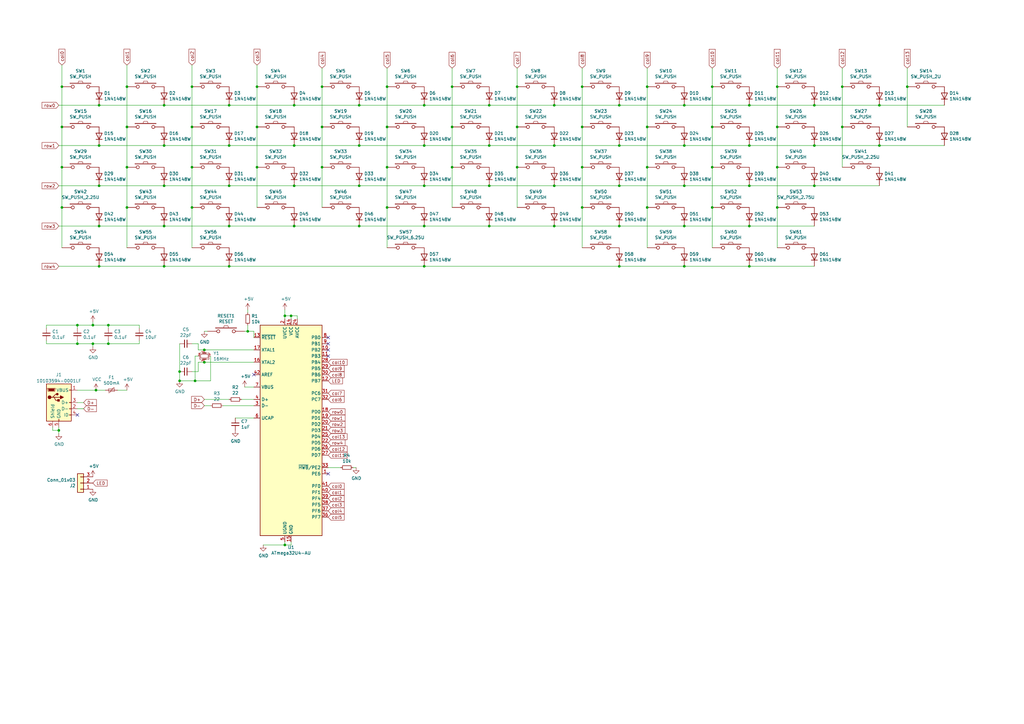
<source format=kicad_sch>
(kicad_sch (version 20230121) (generator eeschema)
  (paper "A3")
  (title_block (title "REVIUNG61") (date "2020-07-01") (rev "1.0"))
  (junction (at 158.75 85.09))
  (junction (at 345.44 52.07))
  (junction (at 185.42 52.07))
  (junction (at 78.74 68.58))
  (junction (at 67.31 92.71))
  (junction (at 212.09 35.56))
  (junction (at 212.09 52.07))
  (junction (at 334.01 76.2))
  (junction (at 38.1 140.97))
  (junction (at 307.34 59.69))
  (junction (at 147.32 76.2))
  (junction (at 40.64 43.18))
  (junction (at 52.07 85.09))
  (junction (at 44.45 133.35))
  (junction (at 83.82 143.51))
  (junction (at 200.66 92.71))
  (junction (at 265.43 52.07))
  (junction (at 67.31 76.2))
  (junction (at 38.1 133.35))
  (junction (at 173.99 43.18))
  (junction (at 254 43.18))
  (junction (at 73.66 152.4))
  (junction (at 280.67 92.71))
  (junction (at 265.43 68.58))
  (junction (at 173.99 59.69))
  (junction (at 25.4 85.09))
  (junction (at 25.4 35.56))
  (junction (at 105.41 68.58))
  (junction (at 292.1 35.56))
  (junction (at 307.34 109.22))
  (junction (at 280.67 59.69))
  (junction (at 238.76 85.09))
  (junction (at 227.33 76.2))
  (junction (at 292.1 52.07))
  (junction (at 360.68 59.69))
  (junction (at 173.99 76.2))
  (junction (at 31.75 133.35))
  (junction (at 132.08 68.58))
  (junction (at 52.07 68.58))
  (junction (at 318.77 52.07))
  (junction (at 25.4 52.07))
  (junction (at 120.65 59.69))
  (junction (at 78.74 52.07))
  (junction (at 52.07 35.56))
  (junction (at 318.77 35.56))
  (junction (at 345.44 35.56))
  (junction (at 238.76 52.07))
  (junction (at 227.33 59.69))
  (junction (at 25.4 68.58))
  (junction (at 147.32 92.71))
  (junction (at 93.98 59.69))
  (junction (at 280.67 43.18))
  (junction (at 254 76.2))
  (junction (at 67.31 43.18))
  (junction (at 120.65 92.71))
  (junction (at 200.66 43.18))
  (junction (at 334.01 43.18))
  (junction (at 147.32 43.18))
  (junction (at 119.38 129.54))
  (junction (at 227.33 92.71))
  (junction (at 200.66 59.69))
  (junction (at 173.99 92.71))
  (junction (at 212.09 68.58))
  (junction (at 307.34 76.2))
  (junction (at 93.98 92.71))
  (junction (at 238.76 35.56))
  (junction (at 185.42 68.58))
  (junction (at 73.66 156.21))
  (junction (at 334.01 59.69))
  (junction (at 372.11 35.56))
  (junction (at 52.07 52.07))
  (junction (at 132.08 52.07))
  (junction (at 158.75 35.56))
  (junction (at 40.64 92.71))
  (junction (at 227.33 43.18))
  (junction (at 254 92.71))
  (junction (at 40.64 76.2))
  (junction (at 318.77 68.58))
  (junction (at 80.01 156.21))
  (junction (at 93.98 109.22))
  (junction (at 120.65 76.2))
  (junction (at 78.74 35.56))
  (junction (at 265.43 35.56))
  (junction (at 200.66 76.2))
  (junction (at 307.34 43.18))
  (junction (at 173.99 109.22))
  (junction (at 318.77 85.09))
  (junction (at 31.75 140.97))
  (junction (at 292.1 85.09))
  (junction (at 265.43 85.09))
  (junction (at 158.75 68.58))
  (junction (at 238.76 68.58))
  (junction (at 120.65 43.18))
  (junction (at 254 59.69))
  (junction (at 307.34 92.71))
  (junction (at 105.41 35.56))
  (junction (at 105.41 52.07))
  (junction (at 147.32 59.69))
  (junction (at 44.45 140.97))
  (junction (at 24.13 176.53))
  (junction (at 40.64 59.69))
  (junction (at 93.98 76.2))
  (junction (at 83.82 148.59))
  (junction (at 360.68 43.18))
  (junction (at 132.08 35.56))
  (junction (at 39.37 160.02))
  (junction (at 67.31 59.69))
  (junction (at 93.98 43.18))
  (junction (at 78.74 85.09))
  (junction (at 185.42 35.56))
  (junction (at 116.84 223.52))
  (junction (at 116.84 129.54))
  (junction (at 101.6 135.89))
  (junction (at 158.75 52.07))
  (junction (at 67.31 109.22))
  (junction (at 280.67 109.22))
  (junction (at 254 109.22))
  (junction (at 292.1 68.58))
  (junction (at 280.67 76.2))
  (junction (at 40.64 109.22))
  (no_connect (at 134.62 143.51))
  (no_connect (at 31.75 170.18))
  (no_connect (at 134.62 146.05))
  (no_connect (at 134.62 138.43))
  (no_connect (at 104.14 153.67))
  (no_connect (at 134.62 194.31))
  (no_connect (at 134.62 140.97))
  (wire (pts (xy 254 92.71) (xy 280.67 92.71)))
  (wire (pts (xy 24.13 92.71) (xy 40.64 92.71)))
  (wire (pts (xy 40.64 76.2) (xy 67.31 76.2)))
  (wire (pts (xy 93.98 92.71) (xy 120.65 92.71)))
  (wire (pts (xy 345.44 35.56) (xy 345.44 52.07)))
  (wire (pts (xy 318.77 27.94) (xy 318.77 35.56)))
  (wire (pts (xy 158.75 52.07) (xy 158.75 68.58)))
  (wire (pts (xy 25.4 52.07) (xy 25.4 68.58)))
  (wire (pts (xy 78.74 68.58) (xy 78.74 85.09)))
  (wire (pts (xy 147.32 92.71) (xy 173.99 92.71)))
  (wire (pts (xy 132.08 27.94) (xy 132.08 35.56)))
  (wire (pts (xy 44.45 139.7) (xy 44.45 140.97)))
  (wire (pts (xy 80.01 156.21) (xy 73.66 156.21)))
  (wire (pts (xy 24.13 175.26) (xy 24.13 176.53)))
  (wire (pts (xy 254 43.18) (xy 280.67 43.18)))
  (wire (pts (xy 78.74 52.07) (xy 78.74 68.58)))
  (wire (pts (xy 73.66 152.4) (xy 73.66 156.21)))
  (wire (pts (xy 132.08 52.07) (xy 132.08 68.58)))
  (wire (pts (xy 292.1 68.58) (xy 292.1 85.09)))
  (wire (pts (xy 158.75 85.09) (xy 158.75 101.6)))
  (wire (pts (xy 318.77 68.58) (xy 318.77 85.09)))
  (wire (pts (xy 158.75 68.58) (xy 158.75 85.09)))
  (wire (pts (xy 81.28 152.4) (xy 78.74 152.4)))
  (wire (pts (xy 101.6 128.27) (xy 101.6 127)))
  (wire (pts (xy 119.38 222.25) (xy 119.38 223.52)))
  (wire (pts (xy 83.82 143.51) (xy 81.28 143.51)))
  (wire (pts (xy 173.99 92.71) (xy 200.66 92.71)))
  (wire (pts (xy 120.65 76.2) (xy 147.32 76.2)))
  (wire (pts (xy 24.13 76.2) (xy 40.64 76.2)))
  (wire (pts (xy 345.44 52.07) (xy 345.44 68.58)))
  (wire (pts (xy 280.67 59.69) (xy 307.34 59.69)))
  (wire (pts (xy 158.75 35.56) (xy 158.75 52.07)))
  (wire (pts (xy 31.75 160.02) (xy 39.37 160.02)))
  (wire (pts (xy 78.74 35.56) (xy 78.74 52.07)))
  (wire (pts (xy 91.44 166.37) (xy 104.14 166.37)))
  (wire (pts (xy 48.26 160.02) (xy 52.07 160.02)))
  (wire (pts (xy 147.32 43.18) (xy 173.99 43.18)))
  (wire (pts (xy 116.84 129.54) (xy 116.84 127)))
  (wire (pts (xy 19.05 140.97) (xy 31.75 140.97)))
  (wire (pts (xy 185.42 52.07) (xy 185.42 68.58)))
  (wire (pts (xy 38.1 140.97) (xy 38.1 142.24)))
  (wire (pts (xy 200.66 43.18) (xy 227.33 43.18)))
  (wire (pts (xy 238.76 35.56) (xy 238.76 52.07)))
  (wire (pts (xy 93.98 43.18) (xy 120.65 43.18)))
  (wire (pts (xy 254 109.22) (xy 280.67 109.22)))
  (wire (pts (xy 254 59.69) (xy 280.67 59.69)))
  (wire (pts (xy 21.59 176.53) (xy 24.13 176.53)))
  (wire (pts (xy 158.75 27.94) (xy 158.75 35.56)))
  (wire (pts (xy 107.95 223.52) (xy 116.84 223.52)))
  (wire (pts (xy 101.6 135.89) (xy 104.14 135.89)))
  (wire (pts (xy 40.64 92.71) (xy 67.31 92.71)))
  (wire (pts (xy 307.34 92.71) (xy 334.01 92.71)))
  (wire (pts (xy 24.13 109.22) (xy 40.64 109.22)))
  (wire (pts (xy 25.4 26.67) (xy 25.4 35.56)))
  (wire (pts (xy 24.13 43.18) (xy 40.64 43.18)))
  (wire (pts (xy 185.42 52.07) (xy 185.42 35.56)))
  (wire (pts (xy 44.45 134.62) (xy 44.45 133.35)))
  (wire (pts (xy 307.34 109.22) (xy 334.01 109.22)))
  (wire (pts (xy 345.44 27.94) (xy 345.44 35.56)))
  (wire (pts (xy 105.41 26.67) (xy 105.41 35.56)))
  (wire (pts (xy 132.08 35.56) (xy 132.08 52.07)))
  (wire (pts (xy 57.15 140.97) (xy 44.45 140.97)))
  (wire (pts (xy 307.34 76.2) (xy 334.01 76.2)))
  (wire (pts (xy 212.09 68.58) (xy 212.09 85.09)))
  (wire (pts (xy 52.07 35.56) (xy 52.07 52.07)))
  (wire (pts (xy 57.15 134.62) (xy 57.15 133.35)))
  (wire (pts (xy 31.75 134.62) (xy 31.75 133.35)))
  (wire (pts (xy 173.99 109.22) (xy 254 109.22)))
  (wire (pts (xy 73.66 140.97) (xy 73.66 152.4)))
  (wire (pts (xy 104.14 171.45) (xy 96.52 171.45)))
  (wire (pts (xy 119.38 130.81) (xy 119.38 129.54)))
  (wire (pts (xy 40.64 43.18) (xy 67.31 43.18)))
  (wire (pts (xy 119.38 223.52) (xy 116.84 223.52)))
  (wire (pts (xy 86.36 146.05) (xy 86.36 156.21)))
  (wire (pts (xy 372.11 35.56) (xy 372.11 52.07)))
  (wire (pts (xy 144.78 191.77) (xy 146.05 191.77)))
  (wire (pts (xy 81.28 143.51) (xy 81.28 140.97)))
  (wire (pts (xy 372.11 27.94) (xy 372.11 35.56)))
  (wire (pts (xy 93.98 59.69) (xy 120.65 59.69)))
  (wire (pts (xy 265.43 68.58) (xy 265.43 85.09)))
  (wire (pts (xy 24.13 176.53) (xy 24.13 177.8)))
  (wire (pts (xy 265.43 85.09) (xy 265.43 101.6)))
  (wire (pts (xy 105.41 35.56) (xy 105.41 52.07)))
  (wire (pts (xy 121.92 130.81) (xy 121.92 129.54)))
  (wire (pts (xy 57.15 139.7) (xy 57.15 140.97)))
  (wire (pts (xy 83.82 135.89) (xy 85.09 135.89)))
  (wire (pts (xy 212.09 27.94) (xy 212.09 35.56)))
  (wire (pts (xy 39.37 160.02) (xy 43.18 160.02)))
  (wire (pts (xy 100.33 158.75) (xy 104.14 158.75)))
  (wire (pts (xy 200.66 92.71) (xy 227.33 92.71)))
  (wire (pts (xy 116.84 223.52) (xy 116.84 222.25)))
  (wire (pts (xy 31.75 167.64) (xy 34.29 167.64)))
  (wire (pts (xy 119.38 129.54) (xy 116.84 129.54)))
  (wire (pts (xy 105.41 68.58) (xy 105.41 85.09)))
  (wire (pts (xy 25.4 35.56) (xy 25.4 52.07)))
  (wire (pts (xy 280.67 109.22) (xy 307.34 109.22)))
  (wire (pts (xy 280.67 76.2) (xy 307.34 76.2)))
  (wire (pts (xy 67.31 43.18) (xy 93.98 43.18)))
  (wire (pts (xy 31.75 165.1) (xy 34.29 165.1)))
  (wire (pts (xy 134.62 191.77) (xy 139.7 191.77)))
  (wire (pts (xy 105.41 52.07) (xy 105.41 68.58)))
  (wire (pts (xy 334.01 59.69) (xy 360.68 59.69)))
  (wire (pts (xy 31.75 140.97) (xy 38.1 140.97)))
  (wire (pts (xy 173.99 59.69) (xy 200.66 59.69)))
  (wire (pts (xy 227.33 43.18) (xy 254 43.18)))
  (wire (pts (xy 185.42 27.94) (xy 185.42 35.56)))
  (wire (pts (xy 78.74 140.97) (xy 81.28 140.97)))
  (wire (pts (xy 292.1 85.09) (xy 292.1 101.6)))
  (wire (pts (xy 147.32 59.69) (xy 173.99 59.69)))
  (wire (pts (xy 200.66 59.69) (xy 227.33 59.69)))
  (wire (pts (xy 19.05 134.62) (xy 19.05 133.35)))
  (wire (pts (xy 227.33 59.69) (xy 254 59.69)))
  (wire (pts (xy 318.77 35.56) (xy 318.77 52.07)))
  (wire (pts (xy 86.36 156.21) (xy 80.01 156.21)))
  (wire (pts (xy 238.76 68.58) (xy 238.76 85.09)))
  (wire (pts (xy 93.98 76.2) (xy 120.65 76.2)))
  (wire (pts (xy 38.1 133.35) (xy 44.45 133.35)))
  (wire (pts (xy 25.4 68.58) (xy 25.4 85.09)))
  (wire (pts (xy 200.66 76.2) (xy 227.33 76.2)))
  (wire (pts (xy 292.1 52.07) (xy 292.1 68.58)))
  (wire (pts (xy 57.15 133.35) (xy 44.45 133.35)))
  (wire (pts (xy 307.34 43.18) (xy 334.01 43.18)))
  (wire (pts (xy 318.77 52.07) (xy 318.77 68.58)))
  (wire (pts (xy 292.1 27.94) (xy 292.1 35.56)))
  (wire (pts (xy 52.07 68.58) (xy 52.07 85.09)))
  (wire (pts (xy 280.67 43.18) (xy 307.34 43.18)))
  (wire (pts (xy 185.42 68.58) (xy 185.42 85.09)))
  (wire (pts (xy 38.1 140.97) (xy 44.45 140.97)))
  (wire (pts (xy 265.43 52.07) (xy 265.43 68.58)))
  (wire (pts (xy 318.77 85.09) (xy 318.77 101.6)))
  (wire (pts (xy 31.75 133.35) (xy 38.1 133.35)))
  (wire (pts (xy 360.68 59.69) (xy 387.35 59.69)))
  (wire (pts (xy 31.75 139.7) (xy 31.75 140.97)))
  (wire (pts (xy 78.74 26.67) (xy 78.74 35.56)))
  (wire (pts (xy 93.98 109.22) (xy 173.99 109.22)))
  (wire (pts (xy 212.09 52.07) (xy 212.09 68.58)))
  (wire (pts (xy 19.05 139.7) (xy 19.05 140.97)))
  (wire (pts (xy 101.6 135.89) (xy 101.6 133.35)))
  (wire (pts (xy 227.33 76.2) (xy 254 76.2)))
  (wire (pts (xy 100.33 135.89) (xy 101.6 135.89)))
  (wire (pts (xy 93.98 163.83) (xy 83.82 163.83)))
  (wire (pts (xy 83.82 148.59) (xy 81.28 148.59)))
  (wire (pts (xy 52.07 52.07) (xy 52.07 68.58)))
  (wire (pts (xy 83.82 143.51) (xy 104.14 143.51)))
  (wire (pts (xy 120.65 59.69) (xy 147.32 59.69)))
  (wire (pts (xy 52.07 26.67) (xy 52.07 35.56)))
  (wire (pts (xy 24.13 59.69) (xy 40.64 59.69)))
  (wire (pts (xy 265.43 27.94) (xy 265.43 35.56)))
  (wire (pts (xy 25.4 85.09) (xy 25.4 101.6)))
  (wire (pts (xy 67.31 76.2) (xy 93.98 76.2)))
  (wire (pts (xy 120.65 43.18) (xy 147.32 43.18)))
  (wire (pts (xy 116.84 130.81) (xy 116.84 129.54)))
  (wire (pts (xy 99.06 163.83) (xy 104.14 163.83)))
  (wire (pts (xy 265.43 35.56) (xy 265.43 52.07)))
  (wire (pts (xy 121.92 129.54) (xy 119.38 129.54)))
  (wire (pts (xy 173.99 76.2) (xy 200.66 76.2)))
  (wire (pts (xy 67.31 109.22) (xy 93.98 109.22)))
  (wire (pts (xy 238.76 85.09) (xy 238.76 101.6)))
  (wire (pts (xy 19.05 133.35) (xy 31.75 133.35)))
  (wire (pts (xy 78.74 85.09) (xy 78.74 101.6)))
  (wire (pts (xy 81.28 148.59) (xy 81.28 152.4)))
  (wire (pts (xy 38.1 133.35) (xy 38.1 132.08)))
  (wire (pts (xy 254 76.2) (xy 280.67 76.2)))
  (wire (pts (xy 40.64 109.22) (xy 67.31 109.22)))
  (wire (pts (xy 280.67 92.71) (xy 307.34 92.71)))
  (wire (pts (xy 67.31 92.71) (xy 93.98 92.71)))
  (wire (pts (xy 227.33 92.71) (xy 254 92.71)))
  (wire (pts (xy 360.68 43.18) (xy 387.35 43.18)))
  (wire (pts (xy 307.34 59.69) (xy 334.01 59.69)))
  (wire (pts (xy 52.07 85.09) (xy 52.07 101.6)))
  (wire (pts (xy 81.28 146.05) (xy 80.01 146.05)))
  (wire (pts (xy 132.08 68.58) (xy 132.08 85.09)))
  (wire (pts (xy 21.59 175.26) (xy 21.59 176.53)))
  (wire (pts (xy 292.1 35.56) (xy 292.1 52.07)))
  (wire (pts (xy 212.09 35.56) (xy 212.09 52.07)))
  (wire (pts (xy 238.76 27.94) (xy 238.76 35.56)))
  (wire (pts (xy 83.82 148.59) (xy 104.14 148.59)))
  (wire (pts (xy 104.14 138.43) (xy 104.14 135.89)))
  (wire (pts (xy 238.76 52.07) (xy 238.76 68.58)))
  (wire (pts (xy 334.01 76.2) (xy 360.68 76.2)))
  (wire (pts (xy 67.31 59.69) (xy 93.98 59.69)))
  (wire (pts (xy 120.65 92.71) (xy 147.32 92.71)))
  (wire (pts (xy 86.36 166.37) (xy 83.82 166.37)))
  (wire (pts (xy 147.32 76.2) (xy 173.99 76.2)))
  (wire (pts (xy 334.01 43.18) (xy 360.68 43.18)))
  (wire (pts (xy 80.01 146.05) (xy 80.01 156.21)))
  (wire (pts (xy 173.99 43.18) (xy 200.66 43.18)))
  (wire (pts (xy 40.64 59.69) (xy 67.31 59.69)))
  (global_label "col5" (shape input) (at 158.75 27.94 90) (property "Intersheetrefs" "${INTERSHEET_REFS}" (effects hide)))
  (global_label "col0" (shape input) (at 25.4 26.67 90) (property "Intersheetrefs" "${INTERSHEET_REFS}" (effects hide)))
  (global_label "col1" (shape input) (at 134.62 201.93 0) (property "Intersheetrefs" "${INTERSHEET_REFS}" (effects hide)))
  (global_label "col9" (shape input) (at 134.62 151.13 0) (property "Intersheetrefs" "${INTERSHEET_REFS}" (effects hide)))
  (global_label "col13" (shape input) (at 372.11 27.94 90) (property "Intersheetrefs" "${INTERSHEET_REFS}" (effects hide)))
  (global_label "row1" (shape input) (at 134.62 171.45 0) (property "Intersheetrefs" "${INTERSHEET_REFS}" (effects hide)))
  (global_label "col11" (shape input) (at 134.62 186.69 0) (property "Intersheetrefs" "${INTERSHEET_REFS}" (effects hide)))
  (global_label "col12" (shape input) (at 345.44 27.94 90) (property "Intersheetrefs" "${INTERSHEET_REFS}" (effects hide)))
  (global_label "col6" (shape input) (at 134.62 163.83 0) (property "Intersheetrefs" "${INTERSHEET_REFS}" (effects hide)))
  (global_label "D-" (shape input) (at 83.82 166.37 180) (property "Intersheetrefs" "${INTERSHEET_REFS}" (effects hide)))
  (global_label "col11" (shape input) (at 318.77 27.94 90) (property "Intersheetrefs" "${INTERSHEET_REFS}" (effects hide)))
  (global_label "LED" (shape input) (at 134.62 156.21 0) (property "Intersheetrefs" "${INTERSHEET_REFS}" (effects hide)))
  (global_label "col10" (shape input) (at 134.62 148.59 0) (property "Intersheetrefs" "${INTERSHEET_REFS}" (effects hide)))
  (global_label "col8" (shape input) (at 238.76 27.94 90) (property "Intersheetrefs" "${INTERSHEET_REFS}" (effects hide)))
  (global_label "row2" (shape input) (at 24.13 76.2 180) (property "Intersheetrefs" "${INTERSHEET_REFS}" (effects hide)))
  (global_label "col2" (shape input) (at 134.62 204.47 0) (property "Intersheetrefs" "${INTERSHEET_REFS}" (effects hide)))
  (global_label "col2" (shape input) (at 78.74 26.67 90) (property "Intersheetrefs" "${INTERSHEET_REFS}" (effects hide)))
  (global_label "col6" (shape input) (at 185.42 27.94 90) (property "Intersheetrefs" "${INTERSHEET_REFS}" (effects hide)))
  (global_label "col7" (shape input) (at 134.62 161.29 0) (property "Intersheetrefs" "${INTERSHEET_REFS}" (effects hide)))
  (global_label "row1" (shape input) (at 24.13 59.69 180) (property "Intersheetrefs" "${INTERSHEET_REFS}" (effects hide)))
  (global_label "D+" (shape input) (at 34.29 165.1 0) (property "Intersheetrefs" "${INTERSHEET_REFS}" (effects hide)))
  (global_label "col10" (shape input) (at 292.1 27.94 90) (property "Intersheetrefs" "${INTERSHEET_REFS}" (effects hide)))
  (global_label "row0" (shape input) (at 24.13 43.18 180) (property "Intersheetrefs" "${INTERSHEET_REFS}" (effects hide)))
  (global_label "row2" (shape input) (at 134.62 173.99 0) (property "Intersheetrefs" "${INTERSHEET_REFS}" (effects hide)))
  (global_label "col4" (shape input) (at 132.08 27.94 90) (property "Intersheetrefs" "${INTERSHEET_REFS}" (effects hide)))
  (global_label "row4" (shape input) (at 134.62 181.61 0) (property "Intersheetrefs" "${INTERSHEET_REFS}" (effects hide)))
  (global_label "col5" (shape input) (at 134.62 212.09 0) (property "Intersheetrefs" "${INTERSHEET_REFS}" (effects hide)))
  (global_label "col13" (shape input) (at 134.62 179.07 0) (property "Intersheetrefs" "${INTERSHEET_REFS}" (effects hide)))
  (global_label "D+" (shape input) (at 83.82 163.83 180) (property "Intersheetrefs" "${INTERSHEET_REFS}" (effects hide)))
  (global_label "col8" (shape input) (at 134.62 153.67 0) (property "Intersheetrefs" "${INTERSHEET_REFS}" (effects hide)))
  (global_label "row0" (shape input) (at 134.62 168.91 0) (property "Intersheetrefs" "${INTERSHEET_REFS}" (effects hide)))
  (global_label "D-" (shape input) (at 34.29 167.64 0) (property "Intersheetrefs" "${INTERSHEET_REFS}" (effects hide)))
  (global_label "col12" (shape input) (at 134.62 184.15 0) (property "Intersheetrefs" "${INTERSHEET_REFS}" (effects hide)))
  (global_label "LED" (shape input) (at 38.1 198.12 0) (property "Intersheetrefs" "${INTERSHEET_REFS}" (effects hide)))
  (global_label "col4" (shape input) (at 134.62 209.55 0) (property "Intersheetrefs" "${INTERSHEET_REFS}" (effects hide)))
  (global_label "row3" (shape input) (at 24.13 92.71 180) (property "Intersheetrefs" "${INTERSHEET_REFS}" (effects hide)))
  (global_label "col3" (shape input) (at 134.62 207.01 0) (property "Intersheetrefs" "${INTERSHEET_REFS}" (effects hide)))
  (global_label "col3" (shape input) (at 105.41 26.67 90) (property "Intersheetrefs" "${INTERSHEET_REFS}" (effects hide)))
  (global_label "col9" (shape input) (at 265.43 27.94 90) (property "Intersheetrefs" "${INTERSHEET_REFS}" (effects hide)))
  (global_label "row4" (shape input) (at 24.13 109.22 180) (property "Intersheetrefs" "${INTERSHEET_REFS}" (effects hide)))
  (global_label "col1" (shape input) (at 52.07 26.67 90) (property "Intersheetrefs" "${INTERSHEET_REFS}" (effects hide)))
  (global_label "row3" (shape input) (at 134.62 176.53 0) (property "Intersheetrefs" "${INTERSHEET_REFS}" (effects hide)))
  (global_label "col7" (shape input) (at 212.09 27.94 90) (property "Intersheetrefs" "${INTERSHEET_REFS}" (effects hide)))
  (global_label "col0" (shape input) (at 134.62 199.39 0) (property "Intersheetrefs" "${INTERSHEET_REFS}" (effects hide)))
  (symbol (lib_id "reviung61-rescue:ATmega32U4-AU-MCU_Microchip_ATmega") (at 119.38 176.53 0) (unit 1)
    (property "Reference" "U1" (at 119.38 224.5106 0))
    (property "Value" "ATmega32U4-AU" (at 119.38 226.822 0))
    (property "Footprint" "Package_QFP:TQFP-44_10x10mm_P0.8mm" (effects hide))
    (property "Datasheet" "http://ww1.microchip.com/downloads/en/DeviceDoc/Atmel-7766-8-bit-AVR-ATmega16U4-32U4_Datasheet.pdf" (effects hide))
  )
  (symbol (lib_id "power:+5V") (at 116.84 127 0) (unit 1)
    (property "Reference" "#PWR02" (effects hide))
    (property "Value" "+5V" (at 117.221 122.6058 0))
  )
  (symbol (lib_id "power:GND") (at 107.95 223.52 0) (unit 1)
    (property "Reference" "#PWR013" (effects hide))
    (property "Value" "GND" (at 108.077 227.9142 0))
  )
  (symbol (lib_id "Device:R_Small") (at 142.24 191.77 270) (unit 1)
    (property "Reference" "R4" (at 142.24 186.7916 90))
    (property "Value" "10k" (at 142.24 189.103 90))
    (property "Footprint" "Resistor_SMD:R_1206_3216Metric_Pad1.42x1.75mm_HandSolder" (effects hide))
  )
  (symbol (lib_id "power:GND") (at 146.05 191.77 0) (unit 1)
    (property "Reference" "#PWR012" (effects hide))
    (property "Value" "GND" (at 146.177 196.1642 0))
  )
  (symbol (lib_id "Device:R_Small") (at 96.52 163.83 270) (unit 1)
    (property "Reference" "R2" (at 96.52 158.8516 90))
    (property "Value" "22" (at 96.52 161.163 90))
    (property "Footprint" "Resistor_SMD:R_1206_3216Metric_Pad1.42x1.75mm_HandSolder" (effects hide))
  )
  (symbol (lib_id "Device:R_Small") (at 88.9 166.37 270) (unit 1)
    (property "Reference" "R3" (at 88.9 161.3916 90))
    (property "Value" "22" (at 88.9 163.703 90))
    (property "Footprint" "Resistor_SMD:R_1206_3216Metric_Pad1.42x1.75mm_HandSolder" (effects hide))
  )
  (symbol (lib_id "Device:C_Small") (at 96.52 173.99 0) (unit 1)
    (property "Reference" "C7" (at 98.8568 172.8216 0) (effects (justify left)))
    (property "Value" "1uF" (at 98.8568 175.133 0) (effects (justify left)))
    (property "Footprint" "Capacitor_SMD:C_1206_3216Metric_Pad1.42x1.75mm_HandSolder" (effects hide))
  )
  (symbol (lib_id "power:GND") (at 96.52 176.53 0) (unit 1)
    (property "Reference" "#PWR011" (effects hide))
    (property "Value" "GND" (at 96.647 180.9242 0))
  )
  (symbol (lib_id "Device:C_Small") (at 19.05 137.16 0) (unit 1)
    (property "Reference" "C1" (at 21.3868 135.9916 0) (effects (justify left)))
    (property "Value" "0.1uF" (at 21.3868 138.303 0) (effects (justify left)))
    (property "Footprint" "Capacitor_SMD:C_1206_3216Metric_Pad1.42x1.75mm_HandSolder" (effects hide))
  )
  (symbol (lib_id "Device:C_Small") (at 31.75 137.16 0) (unit 1)
    (property "Reference" "C2" (at 34.0868 135.9916 0) (effects (justify left)))
    (property "Value" "0.1uF" (at 34.0868 138.303 0) (effects (justify left)))
    (property "Footprint" "Capacitor_SMD:C_1206_3216Metric_Pad1.42x1.75mm_HandSolder" (effects hide))
  )
  (symbol (lib_id "Device:C_Small") (at 44.45 137.16 0) (unit 1)
    (property "Reference" "C3" (at 46.7868 135.9916 0) (effects (justify left)))
    (property "Value" "0.1uF" (at 46.7868 138.303 0) (effects (justify left)))
    (property "Footprint" "Capacitor_SMD:C_1206_3216Metric_Pad1.42x1.75mm_HandSolder" (effects hide))
  )
  (symbol (lib_id "Device:C_Small") (at 57.15 137.16 0) (unit 1)
    (property "Reference" "C4" (at 59.4868 135.9916 0) (effects (justify left)))
    (property "Value" "10uF" (at 59.4868 138.303 0) (effects (justify left)))
    (property "Footprint" "Capacitor_SMD:C_1206_3216Metric_Pad1.42x1.75mm_HandSolder" (effects hide))
  )
  (symbol (lib_id "power:+5V") (at 38.1 132.08 0) (unit 1)
    (property "Reference" "#PWR03" (effects hide))
    (property "Value" "+5V" (at 38.481 127.6858 0))
  )
  (symbol (lib_id "power:GND") (at 38.1 142.24 0) (unit 1)
    (property "Reference" "#PWR05" (effects hide))
    (property "Value" "GND" (at 38.227 146.6342 0))
  )
  (symbol (lib_id "power:+5V") (at 100.33 158.75 0) (unit 1)
    (property "Reference" "#PWR07" (effects hide))
    (property "Value" "+5V" (at 100.711 154.3558 0))
  )
  (symbol (lib_id "Device:Crystal_GND24_Small") (at 83.82 146.05 270) (unit 1)
    (property "Reference" "Y1" (at 87.4776 144.8816 90) (effects (justify left)))
    (property "Value" "16MHz" (at 87.4776 147.193 90) (effects (justify left)))
    (property "Footprint" "Crystal:Crystal_SMD_3225-4Pin_3.2x2.5mm_HandSoldering" (effects hide))
  )
  (symbol (lib_id "reviung61-rescue:SW_PUSH-_reviung-kbd") (at 33.02 35.56 0) (unit 1)
    (property "Reference" "SW1" (at 33.02 29.083 0))
    (property "Value" "SW_PUSH" (at 33.02 31.3944 0))
    (property "Footprint" "_MX_Alps_Hybrid:MX-1U-NoLED" (effects hide))
  )
  (symbol (lib_id "Diode:1N4148W") (at 40.64 39.37 90) (unit 1)
    (property "Reference" "D1" (at 42.672 38.2016 90) (effects (justify right)))
    (property "Value" "1N4148W" (at 42.672 40.513 90) (effects (justify right)))
    (property "Footprint" "_reviung-kbd:D3_TH_SMD_1side" (effects hide))
    (property "Datasheet" "https://www.vishay.com/docs/85748/1n4148w.pdf" (effects hide))
  )
  (symbol (lib_id "Device:C_Small") (at 76.2 140.97 270) (unit 1)
    (property "Reference" "C5" (at 76.2 135.1534 90))
    (property "Value" "22pF" (at 76.2 137.4648 90))
    (property "Footprint" "Capacitor_SMD:C_1206_3216Metric_Pad1.42x1.75mm_HandSolder" (effects hide))
  )
  (symbol (lib_id "Device:C_Small") (at 76.2 152.4 270) (unit 1)
    (property "Reference" "C6" (at 76.2 146.5834 90))
    (property "Value" "22pF" (at 76.2 148.8948 90))
    (property "Footprint" "Capacitor_SMD:C_1206_3216Metric_Pad1.42x1.75mm_HandSolder" (effects hide))
  )
  (symbol (lib_id "power:GND") (at 73.66 156.21 0) (unit 1)
    (property "Reference" "#PWR06" (effects hide))
    (property "Value" "GND" (at 73.787 160.6042 0))
  )
  (symbol (lib_id "reviung61-rescue:SW_PUSH-_reviung-kbd") (at 59.69 35.56 0) (unit 1)
    (property "Reference" "SW2" (at 59.69 29.083 0))
    (property "Value" "SW_PUSH" (at 59.69 31.3944 0))
    (property "Footprint" "_MX_Alps_Hybrid:MX-1U-NoLED" (effects hide))
  )
  (symbol (lib_id "Diode:1N4148W") (at 67.31 39.37 90) (unit 1)
    (property "Reference" "D2" (at 69.342 38.2016 90) (effects (justify right)))
    (property "Value" "1N4148W" (at 69.342 40.513 90) (effects (justify right)))
    (property "Footprint" "_reviung-kbd:D3_TH_SMD_1side" (effects hide))
    (property "Datasheet" "https://www.vishay.com/docs/85748/1n4148w.pdf" (effects hide))
  )
  (symbol (lib_id "reviung61-rescue:SW_PUSH-_reviung-kbd") (at 86.36 35.56 0) (unit 1)
    (property "Reference" "SW3" (at 86.36 29.083 0))
    (property "Value" "SW_PUSH" (at 86.36 31.3944 0))
    (property "Footprint" "_MX_Alps_Hybrid:MX-1U-NoLED" (effects hide))
  )
  (symbol (lib_id "Diode:1N4148W") (at 93.98 39.37 90) (unit 1)
    (property "Reference" "D3" (at 96.012 38.2016 90) (effects (justify right)))
    (property "Value" "1N4148W" (at 96.012 40.513 90) (effects (justify right)))
    (property "Footprint" "_reviung-kbd:D3_TH_SMD_1side" (effects hide))
    (property "Datasheet" "https://www.vishay.com/docs/85748/1n4148w.pdf" (effects hide))
  )
  (symbol (lib_id "reviung61-rescue:SW_PUSH-_reviung-kbd") (at 92.71 135.89 0) (unit 1)
    (property "Reference" "RESET1" (at 92.71 129.5654 0))
    (property "Value" "RESET" (at 92.71 131.8768 0))
    (property "Footprint" "_reviung-kbd:ResetSW_1side" (effects hide))
    (property "Datasheet" "B3U-1000P" (effects hide))
    (property "Field4" "Omron" (effects hide))
    (property "Field5" "None" (effects hide))
    (property "Field6" "None" (effects hide))
    (property "Field7" "Unavailable" (effects hide))
    (property "Field8" "Tactile Switch SPST-NO Top Actuated Surface Mount" (effects hide))
  )
  (symbol (lib_id "reviung61-rescue:SW_PUSH-_reviung-kbd") (at 113.03 35.56 0) (unit 1)
    (property "Reference" "SW4" (at 113.03 29.083 0))
    (property "Value" "SW_PUSH" (at 113.03 31.3944 0))
    (property "Footprint" "_MX_Alps_Hybrid:MX-1U-NoLED" (effects hide))
  )
  (symbol (lib_id "Diode:1N4148W") (at 120.65 39.37 90) (unit 1)
    (property "Reference" "D4" (at 122.682 38.2016 90) (effects (justify right)))
    (property "Value" "1N4148W" (at 122.682 40.513 90) (effects (justify right)))
    (property "Footprint" "_reviung-kbd:D3_TH_SMD_1side" (effects hide))
    (property "Datasheet" "https://www.vishay.com/docs/85748/1n4148w.pdf" (effects hide))
  )
  (symbol (lib_id "reviung61-rescue:SW_PUSH-_reviung-kbd") (at 139.7 35.56 0) (unit 1)
    (property "Reference" "SW5" (at 139.7 29.083 0))
    (property "Value" "SW_PUSH" (at 139.7 31.3944 0))
    (property "Footprint" "_MX_Alps_Hybrid:MX-1U-NoLED" (effects hide))
  )
  (symbol (lib_id "Diode:1N4148W") (at 147.32 39.37 90) (unit 1)
    (property "Reference" "D5" (at 149.352 38.2016 90) (effects (justify right)))
    (property "Value" "1N4148W" (at 149.352 40.513 90) (effects (justify right)))
    (property "Footprint" "_reviung-kbd:D3_TH_SMD_1side" (effects hide))
    (property "Datasheet" "https://www.vishay.com/docs/85748/1n4148w.pdf" (effects hide))
  )
  (symbol (lib_id "reviung61-rescue:SW_PUSH-_reviung-kbd") (at 166.37 35.56 0) (unit 1)
    (property "Reference" "SW6" (at 166.37 29.083 0))
    (property "Value" "SW_PUSH" (at 166.37 31.3944 0))
    (property "Footprint" "_MX_Alps_Hybrid:MX-1U-NoLED" (effects hide))
  )
  (symbol (lib_id "Diode:1N4148W") (at 173.99 39.37 90) (unit 1)
    (property "Reference" "D6" (at 176.022 38.2016 90) (effects (justify right)))
    (property "Value" "1N4148W" (at 176.022 40.513 90) (effects (justify right)))
    (property "Footprint" "_reviung-kbd:D3_TH_SMD_1side" (effects hide))
    (property "Datasheet" "https://www.vishay.com/docs/85748/1n4148w.pdf" (effects hide))
  )
  (symbol (lib_id "power:GND") (at 83.82 135.89 0) (unit 1)
    (property "Reference" "#PWR04" (effects hide))
    (property "Value" "GND" (at 83.947 140.2842 0))
  )
  (symbol (lib_id "reviung61-rescue:SW_PUSH-_reviung-kbd") (at 193.04 35.56 0) (unit 1)
    (property "Reference" "SW7" (at 193.04 29.083 0))
    (property "Value" "SW_PUSH" (at 193.04 31.3944 0))
    (property "Footprint" "_MX_Alps_Hybrid:MX-1U-NoLED" (effects hide))
  )
  (symbol (lib_id "Diode:1N4148W") (at 200.66 39.37 90) (unit 1)
    (property "Reference" "D7" (at 202.692 38.2016 90) (effects (justify right)))
    (property "Value" "1N4148W" (at 202.692 40.513 90) (effects (justify right)))
    (property "Footprint" "_reviung-kbd:D3_TH_SMD_1side" (effects hide))
    (property "Datasheet" "https://www.vishay.com/docs/85748/1n4148w.pdf" (effects hide))
  )
  (symbol (lib_id "reviung61-rescue:SW_PUSH-_reviung-kbd") (at 219.71 35.56 0) (unit 1)
    (property "Reference" "SW8" (at 219.71 29.083 0))
    (property "Value" "SW_PUSH" (at 219.71 31.3944 0))
    (property "Footprint" "_MX_Alps_Hybrid:MX-1U-NoLED" (effects hide))
  )
  (symbol (lib_id "Diode:1N4148W") (at 227.33 39.37 90) (unit 1)
    (property "Reference" "D8" (at 229.362 38.2016 90) (effects (justify right)))
    (property "Value" "1N4148W" (at 229.362 40.513 90) (effects (justify right)))
    (property "Footprint" "_reviung-kbd:D3_TH_SMD_1side" (effects hide))
    (property "Datasheet" "https://www.vishay.com/docs/85748/1n4148w.pdf" (effects hide))
  )
  (symbol (lib_id "Device:R_Small") (at 101.6 130.81 0) (unit 1)
    (property "Reference" "R1" (at 103.0986 129.6416 0) (effects (justify left)))
    (property "Value" "10k" (at 103.0986 131.953 0) (effects (justify left)))
    (property "Footprint" "Resistor_SMD:R_1206_3216Metric_Pad1.42x1.75mm_HandSolder" (effects hide))
  )
  (symbol (lib_id "power:+5V") (at 101.6 127 0) (unit 1)
    (property "Reference" "#PWR01" (effects hide))
    (property "Value" "+5V" (at 101.981 122.6058 0))
  )
  (symbol (lib_id "reviung61-rescue:SW_PUSH-_reviung-kbd") (at 246.38 35.56 0) (unit 1)
    (property "Reference" "SW9" (at 246.38 29.083 0))
    (property "Value" "SW_PUSH" (at 246.38 31.3944 0))
    (property "Footprint" "_MX_Alps_Hybrid:MX-1U-NoLED" (effects hide))
  )
  (symbol (lib_id "Diode:1N4148W") (at 254 39.37 90) (unit 1)
    (property "Reference" "D9" (at 256.032 38.2016 90) (effects (justify right)))
    (property "Value" "1N4148W" (at 256.032 40.513 90) (effects (justify right)))
    (property "Footprint" "_reviung-kbd:D3_TH_SMD_1side" (effects hide))
    (property "Datasheet" "https://www.vishay.com/docs/85748/1n4148w.pdf" (effects hide))
  )
  (symbol (lib_id "reviung61-rescue:SW_PUSH-_reviung-kbd") (at 273.05 35.56 0) (unit 1)
    (property "Reference" "SW10" (at 273.05 29.083 0))
    (property "Value" "SW_PUSH" (at 273.05 31.3944 0))
    (property "Footprint" "_MX_Alps_Hybrid:MX-1U-NoLED" (effects hide))
  )
  (symbol (lib_id "Diode:1N4148W") (at 280.67 39.37 90) (unit 1)
    (property "Reference" "D10" (at 282.702 38.2016 90) (effects (justify right)))
    (property "Value" "1N4148W" (at 282.702 40.513 90) (effects (justify right)))
    (property "Footprint" "_reviung-kbd:D3_TH_SMD_1side" (effects hide))
    (property "Datasheet" "https://www.vishay.com/docs/85748/1n4148w.pdf" (effects hide))
  )
  (symbol (lib_id "reviung61-rescue:SW_PUSH-_reviung-kbd") (at 299.72 35.56 0) (unit 1)
    (property "Reference" "SW11" (at 299.72 29.083 0))
    (property "Value" "SW_PUSH" (at 299.72 31.3944 0))
    (property "Footprint" "_MX_Alps_Hybrid:MX-1U-NoLED" (effects hide))
  )
  (symbol (lib_id "Diode:1N4148W") (at 307.34 39.37 90) (unit 1)
    (property "Reference" "D11" (at 309.372 38.2016 90) (effects (justify right)))
    (property "Value" "1N4148W" (at 309.372 40.513 90) (effects (justify right)))
    (property "Footprint" "_reviung-kbd:D3_TH_SMD_1side" (effects hide))
    (property "Datasheet" "https://www.vishay.com/docs/85748/1n4148w.pdf" (effects hide))
  )
  (symbol (lib_id "reviung61-rescue:SW_PUSH-_reviung-kbd") (at 326.39 35.56 0) (unit 1)
    (property "Reference" "SW12" (at 326.39 29.083 0))
    (property "Value" "SW_PUSH" (at 326.39 31.3944 0))
    (property "Footprint" "_MX_Alps_Hybrid:MX-1U-NoLED" (effects hide))
  )
  (symbol (lib_id "Diode:1N4148W") (at 334.01 39.37 90) (unit 1)
    (property "Reference" "D12" (at 336.042 38.2016 90) (effects (justify right)))
    (property "Value" "1N4148W" (at 336.042 40.513 90) (effects (justify right)))
    (property "Footprint" "_reviung-kbd:D3_TH_SMD_1side" (effects hide))
    (property "Datasheet" "https://www.vishay.com/docs/85748/1n4148w.pdf" (effects hide))
  )
  (symbol (lib_id "reviung61-rescue:SW_PUSH-_reviung-kbd") (at 353.06 35.56 0) (unit 1)
    (property "Reference" "SW13" (at 353.06 29.083 0))
    (property "Value" "SW_PUSH" (at 353.06 31.3944 0))
    (property "Footprint" "_MX_Alps_Hybrid:MX-1U-NoLED" (effects hide))
  )
  (symbol (lib_id "Diode:1N4148W") (at 360.68 39.37 90) (unit 1)
    (property "Reference" "D13" (at 362.712 38.2016 90) (effects (justify right)))
    (property "Value" "1N4148W" (at 362.712 40.513 90) (effects (justify right)))
    (property "Footprint" "_reviung-kbd:D3_TH_SMD_1side" (effects hide))
    (property "Datasheet" "https://www.vishay.com/docs/85748/1n4148w.pdf" (effects hide))
  )
  (symbol (lib_id "reviung61-rescue:SW_PUSH-_reviung-kbd") (at 379.73 35.56 0) (unit 1)
    (property "Reference" "SW14" (at 379.73 29.083 0))
    (property "Value" "SW_PUSH_2U" (at 379.73 31.3944 0))
    (property "Footprint" "_MX_Alps_Hybrid:MX-2U-NoLED" (effects hide))
  )
  (symbol (lib_id "Diode:1N4148W") (at 387.35 39.37 90) (unit 1)
    (property "Reference" "D14" (at 389.382 38.2016 90) (effects (justify right)))
    (property "Value" "1N4148W" (at 389.382 40.513 90) (effects (justify right)))
    (property "Footprint" "_reviung-kbd:D3_TH_SMD_1side" (effects hide))
    (property "Datasheet" "https://www.vishay.com/docs/85748/1n4148w.pdf" (effects hide))
  )
  (symbol (lib_id "reviung61-rescue:USB_B_Micro-Connector") (at 24.13 165.1 0) (unit 1)
    (property "Reference" "J1" (at 24.13 153.67 0))
    (property "Value" "10103594-0001LF" (at 24.13 156.21 0))
    (property "Footprint" "Connector_USB:USB_Micro-B_Amphenol_10103594-0001LF_Horizontal" (effects hide))
    (property "Datasheet" "None" (effects hide))
    (property "Field4" "Molex" (effects hide))
    (property "Field5" "USB - micro B Receptacle Connector 5 Position Board Edge, Cutout; Surface Mount, Right Angle" (effects hide))
    (property "Field6" "Unavailable" (effects hide))
    (property "Field7" "None" (effects hide))
    (property "Field8" "47642-0001" (effects hide))
  )
  (symbol (lib_id "power:VCC") (at 39.37 160.02 0) (unit 1)
    (property "Reference" "#PWR08" (effects hide))
    (property "Value" "VCC" (at 39.751 155.6258 0))
  )
  (symbol (lib_id "Device:Polyfuse_Small") (at 45.72 160.02 270) (unit 1)
    (property "Reference" "F1" (at 45.72 154.813 90))
    (property "Value" "500mA" (at 45.72 157.1244 90))
    (property "Footprint" "Fuse:Fuse_0805_2012Metric_Pad1.15x1.40mm_HandSolder" (effects hide))
  )
  (symbol (lib_id "power:+5V") (at 52.07 160.02 0) (unit 1)
    (property "Reference" "#PWR09" (effects hide))
    (property "Value" "+5V" (at 52.451 155.6258 0))
  )
  (symbol (lib_id "power:GND") (at 24.13 177.8 0) (unit 1)
    (property "Reference" "#PWR010" (effects hide))
    (property "Value" "GND" (at 24.257 182.1942 0))
  )
  (symbol (lib_id "Connector_Generic:Conn_01x03") (at 33.02 198.12 180) (unit 1)
    (property "Reference" "J2" (at 30.988 199.1868 0) (effects (justify left)))
    (property "Value" "Conn_01x03" (at 30.988 196.8754 0) (effects (justify left)))
    (property "Footprint" "_reviung-kbd:StripLED_1side" (effects hide))
  )
  (symbol (lib_id "reviung61-rescue:SW_PUSH-_reviung-kbd") (at 33.02 52.07 0) (unit 1)
    (property "Reference" "SW15" (at 33.02 45.593 0))
    (property "Value" "SW_PUSH" (at 33.02 47.9044 0))
    (property "Footprint" "_MX_Alps_Hybrid:MX-1U-NoLED" (effects hide))
  )
  (symbol (lib_id "Diode:1N4148W") (at 40.64 55.88 90) (unit 1)
    (property "Reference" "D15" (at 42.672 54.7116 90) (effects (justify right)))
    (property "Value" "1N4148W" (at 42.672 57.023 90) (effects (justify right)))
    (property "Footprint" "_reviung-kbd:D3_TH_SMD_1side" (effects hide))
    (property "Datasheet" "https://www.vishay.com/docs/85748/1n4148w.pdf" (effects hide))
  )
  (symbol (lib_id "reviung61-rescue:SW_PUSH-_reviung-kbd") (at 59.69 52.07 0) (unit 1)
    (property "Reference" "SW16" (at 59.69 45.593 0))
    (property "Value" "SW_PUSH" (at 59.69 47.9044 0))
    (property "Footprint" "_MX_Alps_Hybrid:MX-1U-NoLED" (effects hide))
  )
  (symbol (lib_id "Diode:1N4148W") (at 67.31 55.88 90) (unit 1)
    (property "Reference" "D16" (at 69.342 54.7116 90) (effects (justify right)))
    (property "Value" "1N4148W" (at 69.342 57.023 90) (effects (justify right)))
    (property "Footprint" "_reviung-kbd:D3_TH_SMD_1side" (effects hide))
    (property "Datasheet" "https://www.vishay.com/docs/85748/1n4148w.pdf" (effects hide))
  )
  (symbol (lib_id "reviung61-rescue:SW_PUSH-_reviung-kbd") (at 86.36 52.07 0) (unit 1)
    (property "Reference" "SW17" (at 86.36 45.593 0))
    (property "Value" "SW_PUSH" (at 86.36 47.9044 0))
    (property "Footprint" "_MX_Alps_Hybrid:MX-1U-NoLED" (effects hide))
  )
  (symbol (lib_id "Diode:1N4148W") (at 93.98 55.88 90) (unit 1)
    (property "Reference" "D17" (at 96.012 54.7116 90) (effects (justify right)))
    (property "Value" "1N4148W" (at 96.012 57.023 90) (effects (justify right)))
    (property "Footprint" "_reviung-kbd:D3_TH_SMD_1side" (effects hide))
    (property "Datasheet" "https://www.vishay.com/docs/85748/1n4148w.pdf" (effects hide))
  )
  (symbol (lib_id "reviung61-rescue:SW_PUSH-_reviung-kbd") (at 113.03 52.07 0) (unit 1)
    (property "Reference" "SW18" (at 113.03 45.593 0))
    (property "Value" "SW_PUSH" (at 113.03 47.9044 0))
    (property "Footprint" "_MX_Alps_Hybrid:MX-1U-NoLED" (effects hide))
  )
  (symbol (lib_id "Diode:1N4148W") (at 120.65 55.88 90) (unit 1)
    (property "Reference" "D18" (at 122.682 54.7116 90) (effects (justify right)))
    (property "Value" "1N4148W" (at 122.682 57.023 90) (effects (justify right)))
    (property "Footprint" "_reviung-kbd:D3_TH_SMD_1side" (effects hide))
    (property "Datasheet" "https://www.vishay.com/docs/85748/1n4148w.pdf" (effects hide))
  )
  (symbol (lib_id "reviung61-rescue:SW_PUSH-_reviung-kbd") (at 139.7 52.07 0) (unit 1)
    (property "Reference" "SW19" (at 139.7 45.593 0))
    (property "Value" "SW_PUSH" (at 139.7 47.9044 0))
    (property "Footprint" "_MX_Alps_Hybrid:MX-1U-NoLED" (effects hide))
  )
  (symbol (lib_id "Diode:1N4148W") (at 147.32 55.88 90) (unit 1)
    (property "Reference" "D19" (at 149.352 54.7116 90) (effects (justify right)))
    (property "Value" "1N4148W" (at 149.352 57.023 90) (effects (justify right)))
    (property "Footprint" "_reviung-kbd:D3_TH_SMD_1side" (effects hide))
    (property "Datasheet" "https://www.vishay.com/docs/85748/1n4148w.pdf" (effects hide))
  )
  (symbol (lib_id "reviung61-rescue:SW_PUSH-_reviung-kbd") (at 166.37 52.07 0) (unit 1)
    (property "Reference" "SW20" (at 166.37 45.593 0))
    (property "Value" "SW_PUSH" (at 166.37 47.9044 0))
    (property "Footprint" "_MX_Alps_Hybrid:MX-1U-NoLED" (effects hide))
  )
  (symbol (lib_id "Diode:1N4148W") (at 173.99 55.88 90) (unit 1)
    (property "Reference" "D20" (at 176.022 54.7116 90) (effects (justify right)))
    (property "Value" "1N4148W" (at 176.022 57.023 90) (effects (justify right)))
    (property "Footprint" "_reviung-kbd:D3_TH_SMD_1side" (effects hide))
    (property "Datasheet" "https://www.vishay.com/docs/85748/1n4148w.pdf" (effects hide))
  )
  (symbol (lib_id "reviung61-rescue:SW_PUSH-_reviung-kbd") (at 193.04 52.07 0) (unit 1)
    (property "Reference" "SW21" (at 193.04 45.593 0))
    (property "Value" "SW_PUSH" (at 193.04 47.9044 0))
    (property "Footprint" "_MX_Alps_Hybrid:MX-1U-NoLED" (effects hide))
  )
  (symbol (lib_id "Diode:1N4148W") (at 200.66 55.88 90) (unit 1)
    (property "Reference" "D21" (at 202.692 54.7116 90) (effects (justify right)))
    (property "Value" "1N4148W" (at 202.692 57.023 90) (effects (justify right)))
    (property "Footprint" "_reviung-kbd:D3_TH_SMD_1side" (effects hide))
    (property "Datasheet" "https://www.vishay.com/docs/85748/1n4148w.pdf" (effects hide))
  )
  (symbol (lib_id "reviung61-rescue:SW_PUSH-_reviung-kbd") (at 219.71 52.07 0) (unit 1)
    (property "Reference" "SW22" (at 219.71 45.593 0))
    (property "Value" "SW_PUSH" (at 219.71 47.9044 0))
    (property "Footprint" "_MX_Alps_Hybrid:MX-1U-NoLED" (effects hide))
  )
  (symbol (lib_id "Diode:1N4148W") (at 227.33 55.88 90) (unit 1)
    (property "Reference" "D22" (at 229.362 54.7116 90) (effects (justify right)))
    (property "Value" "1N4148W" (at 229.362 57.023 90) (effects (justify right)))
    (property "Footprint" "_reviung-kbd:D3_TH_SMD_1side" (effects hide))
    (property "Datasheet" "https://www.vishay.com/docs/85748/1n4148w.pdf" (effects hide))
  )
  (symbol (lib_id "reviung61-rescue:SW_PUSH-_reviung-kbd") (at 246.38 52.07 0) (unit 1)
    (property "Reference" "SW23" (at 246.38 45.593 0))
    (property "Value" "SW_PUSH" (at 246.38 47.9044 0))
    (property "Footprint" "_MX_Alps_Hybrid:MX-1U-NoLED" (effects hide))
  )
  (symbol (lib_id "Diode:1N4148W") (at 254 55.88 90) (unit 1)
    (property "Reference" "D23" (at 256.032 54.7116 90) (effects (justify right)))
    (property "Value" "1N4148W" (at 256.032 57.023 90) (effects (justify right)))
    (property "Footprint" "_reviung-kbd:D3_TH_SMD_1side" (effects hide))
    (property "Datasheet" "https://www.vishay.com/docs/85748/1n4148w.pdf" (effects hide))
  )
  (symbol (lib_id "reviung61-rescue:SW_PUSH-_reviung-kbd") (at 273.05 52.07 0) (unit 1)
    (property "Reference" "SW24" (at 273.05 45.593 0))
    (property "Value" "SW_PUSH" (at 273.05 47.9044 0))
    (property "Footprint" "_MX_Alps_Hybrid:MX-1U-NoLED" (effects hide))
  )
  (symbol (lib_id "Diode:1N4148W") (at 280.67 55.88 90) (unit 1)
    (property "Reference" "D24" (at 282.702 54.7116 90) (effects (justify right)))
    (property "Value" "1N4148W" (at 282.702 57.023 90) (effects (justify right)))
    (property "Footprint" "_reviung-kbd:D3_TH_SMD_1side" (effects hide))
    (property "Datasheet" "https://www.vishay.com/docs/85748/1n4148w.pdf" (effects hide))
  )
  (symbol (lib_id "reviung61-rescue:SW_PUSH-_reviung-kbd") (at 299.72 52.07 0) (unit 1)
    (property "Reference" "SW25" (at 299.72 45.593 0))
    (property "Value" "SW_PUSH" (at 299.72 47.9044 0))
    (property "Footprint" "_MX_Alps_Hybrid:MX-1U-NoLED" (effects hide))
  )
  (symbol (lib_id "Diode:1N4148W") (at 307.34 55.88 90) (unit 1)
    (property "Reference" "D25" (at 309.372 54.7116 90) (effects (justify right)))
    (property "Value" "1N4148W" (at 309.372 57.023 90) (effects (justify right)))
    (property "Footprint" "_reviung-kbd:D3_TH_SMD_1side" (effects hide))
    (property "Datasheet" "https://www.vishay.com/docs/85748/1n4148w.pdf" (effects hide))
  )
  (symbol (lib_id "reviung61-rescue:SW_PUSH-_reviung-kbd") (at 326.39 52.07 0) (unit 1)
    (property "Reference" "SW26" (at 326.39 45.593 0))
    (property "Value" "SW_PUSH" (at 326.39 47.9044 0))
    (property "Footprint" "_MX_Alps_Hybrid:MX-1U-NoLED" (effects hide))
  )
  (symbol (lib_id "Diode:1N4148W") (at 334.01 55.88 90) (unit 1)
    (property "Reference" "D26" (at 336.042 54.7116 90) (effects (justify right)))
    (property "Value" "1N4148W" (at 336.042 57.023 90) (effects (justify right)))
    (property "Footprint" "_reviung-kbd:D3_TH_SMD_1side" (effects hide))
    (property "Datasheet" "https://www.vishay.com/docs/85748/1n4148w.pdf" (effects hide))
  )
  (symbol (lib_id "reviung61-rescue:SW_PUSH-_reviung-kbd") (at 353.06 52.07 0) (unit 1)
    (property "Reference" "SW27" (at 353.06 45.593 0))
    (property "Value" "SW_PUSH" (at 353.06 47.9044 0))
    (property "Footprint" "_MX_Alps_Hybrid:MX-1U-NoLED" (effects hide))
  )
  (symbol (lib_id "Diode:1N4148W") (at 360.68 55.88 90) (unit 1)
    (property "Reference" "D27" (at 362.712 54.7116 90) (effects (justify right)))
    (property "Value" "1N4148W" (at 362.712 57.023 90) (effects (justify right)))
    (property "Footprint" "_reviung-kbd:D3_TH_SMD_1side" (effects hide))
    (property "Datasheet" "https://www.vishay.com/docs/85748/1n4148w.pdf" (effects hide))
  )
  (symbol (lib_id "reviung61-rescue:SW_PUSH-_reviung-kbd") (at 379.73 52.07 0) (unit 1)
    (property "Reference" "SW28" (at 379.73 45.593 0))
    (property "Value" "SW_PUSH" (at 379.73 47.9044 0))
    (property "Footprint" "_MX_Alps_Hybrid:MX-1U-NoLED" (effects hide))
  )
  (symbol (lib_id "Diode:1N4148W") (at 387.35 55.88 90) (unit 1)
    (property "Reference" "D28" (at 389.382 54.7116 90) (effects (justify right)))
    (property "Value" "1N4148W" (at 389.382 57.023 90) (effects (justify right)))
    (property "Footprint" "_reviung-kbd:D3_TH_SMD_1side" (effects hide))
    (property "Datasheet" "https://www.vishay.com/docs/85748/1n4148w.pdf" (effects hide))
  )
  (symbol (lib_id "power:GND") (at 38.1 200.66 0) (unit 1)
    (property "Reference" "#PWR0101" (effects hide))
    (property "Value" "GND" (at 38.227 205.0542 0))
  )
  (symbol (lib_id "reviung61-rescue:SW_PUSH-_reviung-kbd") (at 33.02 68.58 0) (unit 1)
    (property "Reference" "SW29" (at 33.02 62.103 0))
    (property "Value" "SW_PUSH" (at 33.02 64.4144 0))
    (property "Footprint" "_MX_Alps_Hybrid:MX-1U-NoLED" (effects hide))
  )
  (symbol (lib_id "Diode:1N4148W") (at 40.64 72.39 90) (unit 1)
    (property "Reference" "D29" (at 42.672 71.2216 90) (effects (justify right)))
    (property "Value" "1N4148W" (at 42.672 73.533 90) (effects (justify right)))
    (property "Footprint" "_reviung-kbd:D3_TH_SMD_1side" (effects hide))
    (property "Datasheet" "https://www.vishay.com/docs/85748/1n4148w.pdf" (effects hide))
  )
  (symbol (lib_id "reviung61-rescue:SW_PUSH-_reviung-kbd") (at 59.69 68.58 0) (unit 1)
    (property "Reference" "SW30" (at 59.69 62.103 0))
    (property "Value" "SW_PUSH" (at 59.69 64.4144 0))
    (property "Footprint" "_MX_Alps_Hybrid:MX-1U-NoLED" (effects hide))
  )
  (symbol (lib_id "Diode:1N4148W") (at 67.31 72.39 90) (unit 1)
    (property "Reference" "D30" (at 69.342 71.2216 90) (effects (justify right)))
    (property "Value" "1N4148W" (at 69.342 73.533 90) (effects (justify right)))
    (property "Footprint" "_reviung-kbd:D3_TH_SMD_1side" (effects hide))
    (property "Datasheet" "https://www.vishay.com/docs/85748/1n4148w.pdf" (effects hide))
  )
  (symbol (lib_id "reviung61-rescue:SW_PUSH-_reviung-kbd") (at 86.36 68.58 0) (unit 1)
    (property "Reference" "SW31" (at 86.36 62.103 0))
    (property "Value" "SW_PUSH" (at 86.36 64.4144 0))
    (property "Footprint" "_MX_Alps_Hybrid:MX-1U-NoLED" (effects hide))
  )
  (symbol (lib_id "Diode:1N4148W") (at 93.98 72.39 90) (unit 1)
    (property "Reference" "D31" (at 96.012 71.2216 90) (effects (justify right)))
    (property "Value" "1N4148W" (at 96.012 73.533 90) (effects (justify right)))
    (property "Footprint" "_reviung-kbd:D3_TH_SMD_1side" (effects hide))
    (property "Datasheet" "https://www.vishay.com/docs/85748/1n4148w.pdf" (effects hide))
  )
  (symbol (lib_id "reviung61-rescue:SW_PUSH-_reviung-kbd") (at 113.03 68.58 0) (unit 1)
    (property "Reference" "SW32" (at 113.03 62.103 0))
    (property "Value" "SW_PUSH" (at 113.03 64.4144 0))
    (property "Footprint" "_MX_Alps_Hybrid:MX-1U-NoLED" (effects hide))
  )
  (symbol (lib_id "Diode:1N4148W") (at 120.65 72.39 90) (unit 1)
    (property "Reference" "D32" (at 122.682 71.2216 90) (effects (justify right)))
    (property "Value" "1N4148W" (at 122.682 73.533 90) (effects (justify right)))
    (property "Footprint" "_reviung-kbd:D3_TH_SMD_1side" (effects hide))
    (property "Datasheet" "https://www.vishay.com/docs/85748/1n4148w.pdf" (effects hide))
  )
  (symbol (lib_id "reviung61-rescue:SW_PUSH-_reviung-kbd") (at 139.7 68.58 0) (unit 1)
    (property "Reference" "SW33" (at 139.7 62.103 0))
    (property "Value" "SW_PUSH" (at 139.7 64.4144 0))
    (property "Footprint" "_MX_Alps_Hybrid:MX-1U-NoLED" (effects hide))
  )
  (symbol (lib_id "Diode:1N4148W") (at 147.32 72.39 90) (unit 1)
    (property "Reference" "D33" (at 149.352 71.2216 90) (effects (justify right)))
    (property "Value" "1N4148W" (at 149.352 73.533 90) (effects (justify right)))
    (property "Footprint" "_reviung-kbd:D3_TH_SMD_1side" (effects hide))
    (property "Datasheet" "https://www.vishay.com/docs/85748/1n4148w.pdf" (effects hide))
  )
  (symbol (lib_id "reviung61-rescue:SW_PUSH-_reviung-kbd") (at 166.37 68.58 0) (unit 1)
    (property "Reference" "SW34" (at 166.37 62.103 0))
    (property "Value" "SW_PUSH" (at 166.37 64.4144 0))
    (property "Footprint" "_MX_Alps_Hybrid:MX-1U-NoLED" (effects hide))
  )
  (symbol (lib_id "Diode:1N4148W") (at 173.99 72.39 90) (unit 1)
    (property "Reference" "D34" (at 176.022 71.2216 90) (effects (justify right)))
    (property "Value" "1N4148W" (at 176.022 73.533 90) (effects (justify right)))
    (property "Footprint" "_reviung-kbd:D3_TH_SMD_1side" (effects hide))
    (property "Datasheet" "https://www.vishay.com/docs/85748/1n4148w.pdf" (effects hide))
  )
  (symbol (lib_id "reviung61-rescue:SW_PUSH-_reviung-kbd") (at 193.04 68.58 0) (unit 1)
    (property "Reference" "SW35" (at 193.04 62.103 0))
    (property "Value" "SW_PUSH" (at 193.04 64.4144 0))
    (property "Footprint" "_MX_Alps_Hybrid:MX-1U-NoLED" (effects hide))
  )
  (symbol (lib_id "Diode:1N4148W") (at 200.66 72.39 90) (unit 1)
    (property "Reference" "D35" (at 202.692 71.2216 90) (effects (justify right)))
    (property "Value" "1N4148W" (at 202.692 73.533 90) (effects (justify right)))
    (property "Footprint" "_reviung-kbd:D3_TH_SMD_1side" (effects hide))
    (property "Datasheet" "https://www.vishay.com/docs/85748/1n4148w.pdf" (effects hide))
  )
  (symbol (lib_id "reviung61-rescue:SW_PUSH-_reviung-kbd") (at 219.71 68.58 0) (unit 1)
    (property "Reference" "SW36" (at 219.71 62.103 0))
    (property "Value" "SW_PUSH" (at 219.71 64.4144 0))
    (property "Footprint" "_MX_Alps_Hybrid:MX-1U-NoLED" (effects hide))
  )
  (symbol (lib_id "Diode:1N4148W") (at 227.33 72.39 90) (unit 1)
    (property "Reference" "D36" (at 229.362 71.2216 90) (effects (justify right)))
    (property "Value" "1N4148W" (at 229.362 73.533 90) (effects (justify right)))
    (property "Footprint" "_reviung-kbd:D3_TH_SMD_1side" (effects hide))
    (property "Datasheet" "https://www.vishay.com/docs/85748/1n4148w.pdf" (effects hide))
  )
  (symbol (lib_id "reviung61-rescue:SW_PUSH-_reviung-kbd") (at 246.38 68.58 0) (unit 1)
    (property "Reference" "SW37" (at 246.38 62.103 0))
    (property "Value" "SW_PUSH" (at 246.38 64.4144 0))
    (property "Footprint" "_MX_Alps_Hybrid:MX-1U-NoLED" (effects hide))
  )
  (symbol (lib_id "Diode:1N4148W") (at 254 72.39 90) (unit 1)
    (property "Reference" "D37" (at 256.032 71.2216 90) (effects (justify right)))
    (property "Value" "1N4148W" (at 256.032 73.533 90) (effects (justify right)))
    (property "Footprint" "_reviung-kbd:D3_TH_SMD_1side" (effects hide))
    (property "Datasheet" "https://www.vishay.com/docs/85748/1n4148w.pdf" (effects hide))
  )
  (symbol (lib_id "reviung61-rescue:SW_PUSH-_reviung-kbd") (at 273.05 68.58 0) (unit 1)
    (property "Reference" "SW38" (at 273.05 62.103 0))
    (property "Value" "SW_PUSH" (at 273.05 64.4144 0))
    (property "Footprint" "_MX_Alps_Hybrid:MX-1U-NoLED" (effects hide))
  )
  (symbol (lib_id "Diode:1N4148W") (at 280.67 72.39 90) (unit 1)
    (property "Reference" "D38" (at 282.702 71.2216 90) (effects (justify right)))
    (property "Value" "1N4148W" (at 282.702 73.533 90) (effects (justify right)))
    (property "Footprint" "_reviung-kbd:D3_TH_SMD_1side" (effects hide))
    (property "Datasheet" "https://www.vishay.com/docs/85748/1n4148w.pdf" (effects hide))
  )
  (symbol (lib_id "reviung61-rescue:SW_PUSH-_reviung-kbd") (at 299.72 68.58 0) (unit 1)
    (property "Reference" "SW39" (at 299.72 62.103 0))
    (property "Value" "SW_PUSH" (at 299.72 64.4144 0))
    (property "Footprint" "_MX_Alps_Hybrid:MX-1U-NoLED" (effects hide))
  )
  (symbol (lib_id "Diode:1N4148W") (at 307.34 72.39 90) (unit 1)
    (property "Reference" "D39" (at 309.372 71.2216 90) (effects (justify right)))
    (property "Value" "1N4148W" (at 309.372 73.533 90) (effects (justify right)))
    (property "Footprint" "_reviung-kbd:D3_TH_SMD_1side" (effects hide))
    (property "Datasheet" "https://www.vishay.com/docs/85748/1n4148w.pdf" (effects hide))
  )
  (symbol (lib_id "reviung61-rescue:SW_PUSH-_reviung-kbd") (at 326.39 68.58 0) (unit 1)
    (property "Reference" "SW40" (at 326.39 62.103 0))
    (property "Value" "SW_PUSH" (at 326.39 64.4144 0))
    (property "Footprint" "_MX_Alps_Hybrid:MX-1U-NoLED" (effects hide))
  )
  (symbol (lib_id "Diode:1N4148W") (at 334.01 72.39 90) (unit 1)
    (property "Reference" "D40" (at 336.042 71.2216 90) (effects (justify right)))
    (property "Value" "1N4148W" (at 336.042 73.533 90) (effects (justify right)))
    (property "Footprint" "_reviung-kbd:D3_TH_SMD_1side" (effects hide))
    (property "Datasheet" "https://www.vishay.com/docs/85748/1n4148w.pdf" (effects hide))
  )
  (symbol (lib_id "reviung61-rescue:SW_PUSH-_reviung-kbd") (at 353.06 68.58 0) (unit 1)
    (property "Reference" "SW41" (at 353.06 62.103 0))
    (property "Value" "SW_PUSH_2.25U" (at 353.06 64.4144 0))
    (property "Footprint" "_MX_Alps_Hybrid:MX-2.25U-NoLED" (effects hide))
  )
  (symbol (lib_id "Diode:1N4148W") (at 360.68 72.39 90) (unit 1)
    (property "Reference" "D41" (at 362.712 71.2216 90) (effects (justify right)))
    (property "Value" "1N4148W" (at 362.712 73.533 90) (effects (justify right)))
    (property "Footprint" "_reviung-kbd:D3_TH_SMD_1side" (effects hide))
    (property "Datasheet" "https://www.vishay.com/docs/85748/1n4148w.pdf" (effects hide))
  )
  (symbol (lib_id "power:+5V") (at 38.1 195.58 0) (unit 1)
    (property "Reference" "#PWR0102" (effects hide))
    (property "Value" "+5V" (at 38.481 191.1858 0))
  )
  (symbol (lib_id "reviung61-rescue:SW_PUSH-_reviung-kbd") (at 33.02 85.09 0) (unit 1)
    (property "Reference" "SW42" (at 33.02 78.613 0))
    (property "Value" "SW_PUSH_2.25U" (at 33.02 80.9244 0))
    (property "Footprint" "_MX_Alps_Hybrid:MX-2.25U-NoLED" (effects hide))
  )
  (symbol (lib_id "Diode:1N4148W") (at 40.64 88.9 90) (unit 1)
    (property "Reference" "D42" (at 42.672 87.7316 90) (effects (justify right)))
    (property "Value" "1N4148W" (at 42.672 90.043 90) (effects (justify right)))
    (property "Footprint" "_reviung-kbd:D3_TH_SMD_1side" (effects hide))
    (property "Datasheet" "https://www.vishay.com/docs/85748/1n4148w.pdf" (effects hide))
  )
  (symbol (lib_id "reviung61-rescue:SW_PUSH-_reviung-kbd") (at 59.69 85.09 0) (unit 1)
    (property "Reference" "SW43" (at 59.69 78.613 0))
    (property "Value" "SW_PUSH" (at 59.69 80.9244 0))
    (property "Footprint" "_MX_Alps_Hybrid:MX-1U-NoLED" (effects hide))
  )
  (symbol (lib_id "Diode:1N4148W") (at 67.31 88.9 90) (unit 1)
    (property "Reference" "D43" (at 69.342 87.7316 90) (effects (justify right)))
    (property "Value" "1N4148W" (at 69.342 90.043 90) (effects (justify right)))
    (property "Footprint" "_reviung-kbd:D3_TH_SMD_1side" (effects hide))
    (property "Datasheet" "https://www.vishay.com/docs/85748/1n4148w.pdf" (effects hide))
  )
  (symbol (lib_id "reviung61-rescue:SW_PUSH-_reviung-kbd") (at 86.36 85.09 0) (unit 1)
    (property "Reference" "SW44" (at 86.36 78.613 0))
    (property "Value" "SW_PUSH" (at 86.36 80.9244 0))
    (property "Footprint" "_MX_Alps_Hybrid:MX-1U-NoLED" (effects hide))
  )
  (symbol (lib_id "Diode:1N4148W") (at 93.98 88.9 90) (unit 1)
    (property "Reference" "D44" (at 96.012 87.7316 90) (effects (justify right)))
    (property "Value" "1N4148W" (at 96.012 90.043 90) (effects (justify right)))
    (property "Footprint" "_reviung-kbd:D3_TH_SMD_1side" (effects hide))
    (property "Datasheet" "https://www.vishay.com/docs/85748/1n4148w.pdf" (effects hide))
  )
  (symbol (lib_id "reviung61-rescue:SW_PUSH-_reviung-kbd") (at 113.03 85.09 0) (unit 1)
    (property "Reference" "SW45" (at 113.03 78.613 0))
    (property "Value" "SW_PUSH" (at 113.03 80.9244 0))
    (property "Footprint" "_MX_Alps_Hybrid:MX-1U-NoLED" (effects hide))
  )
  (symbol (lib_id "Diode:1N4148W") (at 120.65 88.9 90) (unit 1)
    (property "Reference" "D45" (at 122.682 87.7316 90) (effects (justify right)))
    (property "Value" "1N4148W" (at 122.682 90.043 90) (effects (justify right)))
    (property "Footprint" "_reviung-kbd:D3_TH_SMD_1side" (effects hide))
    (property "Datasheet" "https://www.vishay.com/docs/85748/1n4148w.pdf" (effects hide))
  )
  (symbol (lib_id "reviung61-rescue:SW_PUSH-_reviung-kbd") (at 139.7 85.09 0) (unit 1)
    (property "Reference" "SW46" (at 139.7 78.613 0))
    (property "Value" "SW_PUSH" (at 139.7 80.9244 0))
    (property "Footprint" "_MX_Alps_Hybrid:MX-1U-NoLED" (effects hide))
  )
  (symbol (lib_id "Diode:1N4148W") (at 147.32 88.9 90) (unit 1)
    (property "Reference" "D46" (at 149.352 87.7316 90) (effects (justify right)))
    (property "Value" "1N4148W" (at 149.352 90.043 90) (effects (justify right)))
    (property "Footprint" "_reviung-kbd:D3_TH_SMD_1side" (effects hide))
    (property "Datasheet" "https://www.vishay.com/docs/85748/1n4148w.pdf" (effects hide))
  )
  (symbol (lib_id "reviung61-rescue:SW_PUSH-_reviung-kbd") (at 166.37 85.09 0) (unit 1)
    (property "Reference" "SW47" (at 166.37 78.613 0))
    (property "Value" "SW_PUSH" (at 166.37 80.9244 0))
    (property "Footprint" "_MX_Alps_Hybrid:MX-1U-NoLED" (effects hide))
  )
  (symbol (lib_id "Diode:1N4148W") (at 173.99 88.9 90) (unit 1)
    (property "Reference" "D47" (at 176.022 87.7316 90) (effects (justify right)))
    (property "Value" "1N4148W" (at 176.022 90.043 90) (effects (justify right)))
    (property "Footprint" "_reviung-kbd:D3_TH_SMD_1side" (effects hide))
    (property "Datasheet" "https://www.vishay.com/docs/85748/1n4148w.pdf" (effects hide))
  )
  (symbol (lib_id "reviung61-rescue:SW_PUSH-_reviung-kbd") (at 193.04 85.09 0) (unit 1)
    (property "Reference" "SW48" (at 193.04 78.613 0))
    (property "Value" "SW_PUSH" (at 193.04 80.9244 0))
    (property "Footprint" "_MX_Alps_Hybrid:MX-1U-NoLED" (effects hide))
  )
  (symbol (lib_id "Diode:1N4148W") (at 200.66 88.9 90) (unit 1)
    (property "Reference" "D48" (at 202.692 87.7316 90) (effects (justify right)))
    (property "Value" "1N4148W" (at 202.692 90.043 90) (effects (justify right)))
    (property "Footprint" "_reviung-kbd:D3_TH_SMD_1side" (effects hide))
    (property "Datasheet" "https://www.vishay.com/docs/85748/1n4148w.pdf" (effects hide))
  )
  (symbol (lib_id "reviung61-rescue:SW_PUSH-_reviung-kbd") (at 219.71 85.09 0) (unit 1)
    (property "Reference" "SW49" (at 219.71 78.613 0))
    (property "Value" "SW_PUSH" (at 219.71 80.9244 0))
    (property "Footprint" "_MX_Alps_Hybrid:MX-1U-NoLED" (effects hide))
  )
  (symbol (lib_id "Diode:1N4148W") (at 227.33 88.9 90) (unit 1)
    (property "Reference" "D49" (at 229.362 87.7316 90) (effects (justify right)))
    (property "Value" "1N4148W" (at 229.362 90.043 90) (effects (justify right)))
    (property "Footprint" "_reviung-kbd:D3_TH_SMD_1side" (effects hide))
    (property "Datasheet" "https://www.vishay.com/docs/85748/1n4148w.pdf" (effects hide))
  )
  (symbol (lib_id "reviung61-rescue:SW_PUSH-_reviung-kbd") (at 246.38 85.09 0) (unit 1)
    (property "Reference" "SW50" (at 246.38 78.613 0))
    (property "Value" "SW_PUSH" (at 246.38 80.9244 0))
    (property "Footprint" "_MX_Alps_Hybrid:MX-1U-NoLED" (effects hide))
  )
  (symbol (lib_id "Diode:1N4148W") (at 254 88.9 90) (unit 1)
    (property "Reference" "D50" (at 256.032 87.7316 90) (effects (justify right)))
    (property "Value" "1N4148W" (at 256.032 90.043 90) (effects (justify right)))
    (property "Footprint" "_reviung-kbd:D3_TH_SMD_1side" (effects hide))
    (property "Datasheet" "https://www.vishay.com/docs/85748/1n4148w.pdf" (effects hide))
  )
  (symbol (lib_id "reviung61-rescue:SW_PUSH-_reviung-kbd") (at 273.05 85.09 0) (unit 1)
    (property "Reference" "SW51" (at 273.05 78.613 0))
    (property "Value" "SW_PUSH" (at 273.05 80.9244 0))
    (property "Footprint" "_MX_Alps_Hybrid:MX-1U-NoLED" (effects hide))
  )
  (symbol (lib_id "Diode:1N4148W") (at 280.67 88.9 90) (unit 1)
    (property "Reference" "D51" (at 282.702 87.7316 90) (effects (justify right)))
    (property "Value" "1N4148W" (at 282.702 90.043 90) (effects (justify right)))
    (property "Footprint" "_reviung-kbd:D3_TH_SMD_1side" (effects hide))
    (property "Datasheet" "https://www.vishay.com/docs/85748/1n4148w.pdf" (effects hide))
  )
  (symbol (lib_id "reviung61-rescue:SW_PUSH-_reviung-kbd") (at 299.72 85.09 0) (unit 1)
    (property "Reference" "SW52" (at 299.72 78.613 0))
    (property "Value" "SW_PUSH" (at 299.72 80.9244 0))
    (property "Footprint" "_MX_Alps_Hybrid:MX-1U-NoLED" (effects hide))
  )
  (symbol (lib_id "Diode:1N4148W") (at 307.34 88.9 90) (unit 1)
    (property "Reference" "D52" (at 309.372 87.7316 90) (effects (justify right)))
    (property "Value" "1N4148W" (at 309.372 90.043 90) (effects (justify right)))
    (property "Footprint" "_reviung-kbd:D3_TH_SMD_1side" (effects hide))
    (property "Datasheet" "https://www.vishay.com/docs/85748/1n4148w.pdf" (effects hide))
  )
  (symbol (lib_id "reviung61-rescue:SW_PUSH-_reviung-kbd") (at 326.39 85.09 0) (unit 1)
    (property "Reference" "SW53" (at 326.39 78.613 0))
    (property "Value" "SW_PUSH_2.75U" (at 326.39 80.9244 0))
    (property "Footprint" "_MX_Alps_Hybrid:MX-2.75U-NoLED" (effects hide))
  )
  (symbol (lib_id "Diode:1N4148W") (at 334.01 88.9 90) (unit 1)
    (property "Reference" "D53" (at 336.042 87.7316 90) (effects (justify right)))
    (property "Value" "1N4148W" (at 336.042 90.043 90) (effects (justify right)))
    (property "Footprint" "_reviung-kbd:D3_TH_SMD_1side" (effects hide))
    (property "Datasheet" "https://www.vishay.com/docs/85748/1n4148w.pdf" (effects hide))
  )
  (symbol (lib_id "reviung61-rescue:SW_PUSH-_reviung-kbd") (at 33.02 101.6 0) (unit 1)
    (property "Reference" "SW54" (at 33.02 95.123 0))
    (property "Value" "SW_PUSH" (at 33.02 97.4344 0))
    (property "Footprint" "_MX_Alps_Hybrid:MX-1U-NoLED" (effects hide))
  )
  (symbol (lib_id "Diode:1N4148W") (at 40.64 105.41 90) (unit 1)
    (property "Reference" "D54" (at 42.672 104.2416 90) (effects (justify right)))
    (property "Value" "1N4148W" (at 42.672 106.553 90) (effects (justify right)))
    (property "Footprint" "_reviung-kbd:D3_TH_SMD_1side" (effects hide))
    (property "Datasheet" "https://www.vishay.com/docs/85748/1n4148w.pdf" (effects hide))
  )
  (symbol (lib_id "reviung61-rescue:SW_PUSH-_reviung-kbd") (at 59.69 101.6 0) (unit 1)
    (property "Reference" "SW55" (at 59.69 95.123 0))
    (property "Value" "SW_PUSH" (at 59.69 97.4344 0))
    (property "Footprint" "_MX_Alps_Hybrid:MX-1U-NoLED" (effects hide))
  )
  (symbol (lib_id "Diode:1N4148W") (at 67.31 105.41 90) (unit 1)
    (property "Reference" "D55" (at 69.342 104.2416 90) (effects (justify right)))
    (property "Value" "1N4148W" (at 69.342 106.553 90) (effects (justify right)))
    (property "Footprint" "_reviung-kbd:D3_TH_SMD_1side" (effects hide))
    (property "Datasheet" "https://www.vishay.com/docs/85748/1n4148w.pdf" (effects hide))
  )
  (symbol (lib_id "reviung61-rescue:SW_PUSH-_reviung-kbd") (at 86.36 101.6 0) (unit 1)
    (property "Reference" "SW56" (at 86.36 95.123 0))
    (property "Value" "SW_PUSH" (at 86.36 97.4344 0))
    (property "Footprint" "_MX_Alps_Hybrid:MX-1U-NoLED" (effects hide))
  )
  (symbol (lib_id "Diode:1N4148W") (at 93.98 105.41 90) (unit 1)
    (property "Reference" "D56" (at 96.012 104.2416 90) (effects (justify right)))
    (property "Value" "1N4148W" (at 96.012 106.553 90) (effects (justify right)))
    (property "Footprint" "_reviung-kbd:D3_TH_SMD_1side" (effects hide))
    (property "Datasheet" "https://www.vishay.com/docs/85748/1n4148w.pdf" (effects hide))
  )
  (symbol (lib_id "reviung61-rescue:SW_PUSH-_reviung-kbd") (at 166.37 101.6 0) (unit 1)
    (property "Reference" "SW57" (at 166.37 95.123 0))
    (property "Value" "SW_PUSH_6.25U" (at 166.37 97.4344 0))
    (property "Footprint" "_MX_Alps_Hybrid:MX-6.25U-ReversedStabilizers-NoLED" (effects hide))
  )
  (symbol (lib_id "Diode:1N4148W") (at 173.99 105.41 90) (unit 1)
    (property "Reference" "D57" (at 176.022 104.2416 90) (effects (justify right)))
    (property "Value" "1N4148W" (at 176.022 106.553 90) (effects (justify right)))
    (property "Footprint" "_reviung-kbd:D3_TH_SMD_1side" (effects hide))
    (property "Datasheet" "https://www.vishay.com/docs/85748/1n4148w.pdf" (effects hide))
  )
  (symbol (lib_id "reviung61-rescue:SW_PUSH-_reviung-kbd") (at 246.38 101.6 0) (unit 1)
    (property "Reference" "SW58" (at 246.38 95.123 0))
    (property "Value" "SW_PUSH" (at 246.38 97.4344 0))
    (property "Footprint" "_MX_Alps_Hybrid:MX-1U-NoLED" (effects hide))
  )
  (symbol (lib_id "Diode:1N4148W") (at 254 105.41 90) (unit 1)
    (property "Reference" "D58" (at 256.032 104.2416 90) (effects (justify right)))
    (property "Value" "1N4148W" (at 256.032 106.553 90) (effects (justify right)))
    (property "Footprint" "_reviung-kbd:D3_TH_SMD_1side" (effects hide))
    (property "Datasheet" "https://www.vishay.com/docs/85748/1n4148w.pdf" (effects hide))
  )
  (symbol (lib_id "reviung61-rescue:SW_PUSH-_reviung-kbd") (at 273.05 101.6 0) (unit 1)
    (property "Reference" "SW59" (at 273.05 95.123 0))
    (property "Value" "SW_PUSH" (at 273.05 97.4344 0))
    (property "Footprint" "_MX_Alps_Hybrid:MX-1U-NoLED" (effects hide))
  )
  (symbol (lib_id "Diode:1N4148W") (at 280.67 105.41 90) (unit 1)
    (property "Reference" "D59" (at 282.702 104.2416 90) (effects (justify right)))
    (property "Value" "1N4148W" (at 282.702 106.553 90) (effects (justify right)))
    (property "Footprint" "_reviung-kbd:D3_TH_SMD_1side" (effects hide))
    (property "Datasheet" "https://www.vishay.com/docs/85748/1n4148w.pdf" (effects hide))
  )
  (symbol (lib_id "reviung61-rescue:SW_PUSH-_reviung-kbd") (at 299.72 101.6 0) (unit 1)
    (property "Reference" "SW60" (at 299.72 95.123 0))
    (property "Value" "SW_PUSH" (at 299.72 97.4344 0))
    (property "Footprint" "_MX_Alps_Hybrid:MX-1U-NoLED" (effects hide))
  )
  (symbol (lib_id "Diode:1N4148W") (at 307.34 105.41 90) (unit 1)
    (property "Reference" "D60" (at 309.372 104.2416 90) (effects (justify right)))
    (property "Value" "1N4148W" (at 309.372 106.553 90) (effects (justify right)))
    (property "Footprint" "_reviung-kbd:D3_TH_SMD_1side" (effects hide))
    (property "Datasheet" "https://www.vishay.com/docs/85748/1n4148w.pdf" (effects hide))
  )
  (symbol (lib_id "reviung61-rescue:SW_PUSH-_reviung-kbd") (at 326.39 101.6 0) (unit 1)
    (property "Reference" "SW61" (at 326.39 95.123 0))
    (property "Value" "SW_PUSH" (at 326.39 97.4344 0))
    (property "Footprint" "_MX_Alps_Hybrid:MX-1U-NoLED" (effects hide))
  )
  (symbol (lib_id "Diode:1N4148W") (at 334.01 105.41 90) (unit 1)
    (property "Reference" "D61" (at 336.042 104.2416 90) (effects (justify right)))
    (property "Value" "1N4148W" (at 336.042 106.553 90) (effects (justify right)))
    (property "Footprint" "_reviung-kbd:D3_TH_SMD_1side" (effects hide))
    (property "Datasheet" "https://www.vishay.com/docs/85748/1n4148w.pdf" (effects hide))
  )
)
</source>
